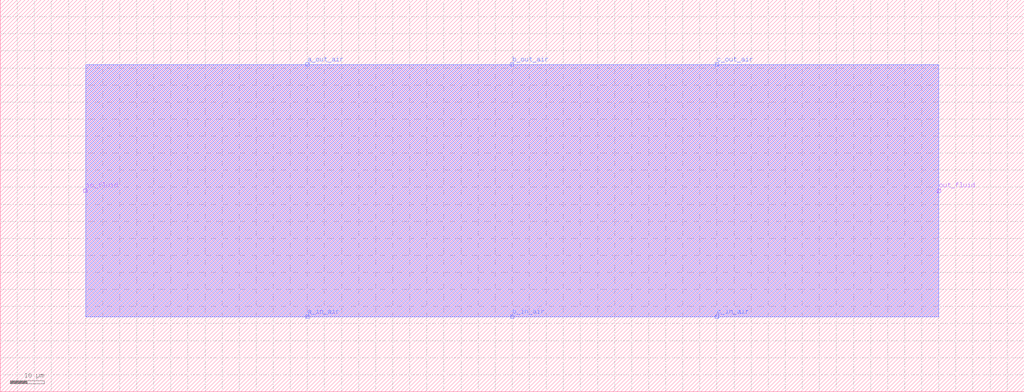
<source format=lef>

MACRO pump_40px_0
  CLASS CORE ;
  ORIGIN  0 0 ;
  FOREIGN pump_40px_0 0 0 ;
  SIZE 300 BY 115 ;
  SYMMETRY X Y ;
  SITE CoreSite ;
  PIN in_fluid
    DIRECTION INPUT ;
    USE SIGNAL ;
    PORT
      LAYER met1 ;
        RECT 24.5 58.5 25.5 59.5 ;
    END
  END in_fluid
  PIN out_fluid
    DIRECTION OUTPUT ;
    USE SIGNAL ;
    PORT
      LAYER met1 ;
        RECT 274.5 58.5 275.5 59.5 ;
    END
  END out_fluid
  PIN a_in_air
    DIRECTION INPUT ;
    USE SIGNAL ;
    PORT
      LAYER met3 ;
        RECT 89.5 21.5 90.5 22.5 ;
    END
  END a_in_air
  PIN a_out_air
    DIRECTION OUTPUT ;
    USE SIGNAL ;
    PORT
      LAYER met3 ;
        RECT 89.5 95.5 90.5 96.5 ;
    END
  END a_out_air
  PIN b_in_air
    DIRECTION INPUT ;
    USE SIGNAL ;
    PORT
      LAYER met3 ;
        RECT 149.5 21.5 150.5 22.5 ;
    END
  END b_in_air
  PIN b_out_air
    DIRECTION OUTPUT ;
    USE SIGNAL ;
    PORT
      LAYER met3 ;
        RECT 149.5 95.5 150.5 96.5 ;
    END
  END b_out_air
  PIN c_in_air
    DIRECTION INPUT ;
    USE SIGNAL ;
    PORT
      LAYER met3 ;
        RECT 209.5 21.5 210.5 22.5 ;
    END
  END c_in_air
  PIN c_out_air
    DIRECTION OUTPUT ;
    USE SIGNAL ;
    PORT
      LAYER met3 ;
        RECT 209.5 95.5 210.5 96.5 ;
    END
  END c_out_air
  OBS
    LAYER met1 ;
      RECT 25 22 275 96 ;
    LAYER met2 ;
      RECT 25 22 275 96 ;
    LAYER met3 ;
      RECT 25 22 275 96 ;
  END
  PROPERTY CatenaDesignType "deviceLevel" ;
END pump_40px_0

</source>
